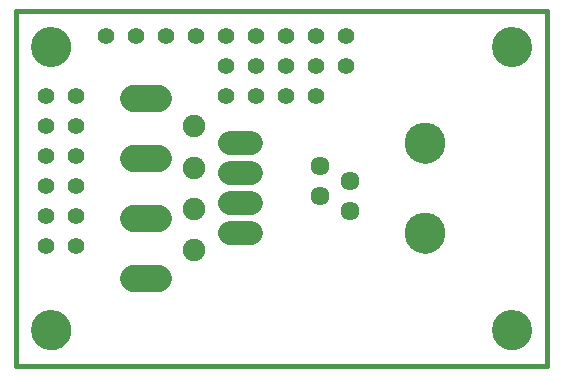
<source format=gts>
G75*
%MOIN*%
%OFA0B0*%
%FSLAX25Y25*%
%IPPOS*%
%LPD*%
%AMOC8*
5,1,8,0,0,1.08239X$1,22.5*
%
%ADD10C,0.00000*%
%ADD11C,0.13398*%
%ADD12C,0.01600*%
%ADD13C,0.06343*%
%ADD14C,0.13595*%
%ADD15C,0.09050*%
%ADD16C,0.07887*%
%ADD17C,0.07493*%
%ADD18C,0.05550*%
D10*
X0065351Y0067988D02*
X0065353Y0068146D01*
X0065359Y0068304D01*
X0065369Y0068462D01*
X0065383Y0068620D01*
X0065401Y0068777D01*
X0065422Y0068934D01*
X0065448Y0069090D01*
X0065478Y0069246D01*
X0065511Y0069401D01*
X0065549Y0069554D01*
X0065590Y0069707D01*
X0065635Y0069859D01*
X0065684Y0070010D01*
X0065737Y0070159D01*
X0065793Y0070307D01*
X0065853Y0070453D01*
X0065917Y0070598D01*
X0065985Y0070741D01*
X0066056Y0070883D01*
X0066130Y0071023D01*
X0066208Y0071160D01*
X0066290Y0071296D01*
X0066374Y0071430D01*
X0066463Y0071561D01*
X0066554Y0071690D01*
X0066649Y0071817D01*
X0066746Y0071942D01*
X0066847Y0072064D01*
X0066951Y0072183D01*
X0067058Y0072300D01*
X0067168Y0072414D01*
X0067281Y0072525D01*
X0067396Y0072634D01*
X0067514Y0072739D01*
X0067635Y0072841D01*
X0067758Y0072941D01*
X0067884Y0073037D01*
X0068012Y0073130D01*
X0068142Y0073220D01*
X0068275Y0073306D01*
X0068410Y0073390D01*
X0068546Y0073469D01*
X0068685Y0073546D01*
X0068826Y0073618D01*
X0068968Y0073688D01*
X0069112Y0073753D01*
X0069258Y0073815D01*
X0069405Y0073873D01*
X0069554Y0073928D01*
X0069704Y0073979D01*
X0069855Y0074026D01*
X0070007Y0074069D01*
X0070160Y0074108D01*
X0070315Y0074144D01*
X0070470Y0074175D01*
X0070626Y0074203D01*
X0070782Y0074227D01*
X0070939Y0074247D01*
X0071097Y0074263D01*
X0071254Y0074275D01*
X0071413Y0074283D01*
X0071571Y0074287D01*
X0071729Y0074287D01*
X0071887Y0074283D01*
X0072046Y0074275D01*
X0072203Y0074263D01*
X0072361Y0074247D01*
X0072518Y0074227D01*
X0072674Y0074203D01*
X0072830Y0074175D01*
X0072985Y0074144D01*
X0073140Y0074108D01*
X0073293Y0074069D01*
X0073445Y0074026D01*
X0073596Y0073979D01*
X0073746Y0073928D01*
X0073895Y0073873D01*
X0074042Y0073815D01*
X0074188Y0073753D01*
X0074332Y0073688D01*
X0074474Y0073618D01*
X0074615Y0073546D01*
X0074754Y0073469D01*
X0074890Y0073390D01*
X0075025Y0073306D01*
X0075158Y0073220D01*
X0075288Y0073130D01*
X0075416Y0073037D01*
X0075542Y0072941D01*
X0075665Y0072841D01*
X0075786Y0072739D01*
X0075904Y0072634D01*
X0076019Y0072525D01*
X0076132Y0072414D01*
X0076242Y0072300D01*
X0076349Y0072183D01*
X0076453Y0072064D01*
X0076554Y0071942D01*
X0076651Y0071817D01*
X0076746Y0071690D01*
X0076837Y0071561D01*
X0076926Y0071430D01*
X0077010Y0071296D01*
X0077092Y0071160D01*
X0077170Y0071023D01*
X0077244Y0070883D01*
X0077315Y0070741D01*
X0077383Y0070598D01*
X0077447Y0070453D01*
X0077507Y0070307D01*
X0077563Y0070159D01*
X0077616Y0070010D01*
X0077665Y0069859D01*
X0077710Y0069707D01*
X0077751Y0069554D01*
X0077789Y0069401D01*
X0077822Y0069246D01*
X0077852Y0069090D01*
X0077878Y0068934D01*
X0077899Y0068777D01*
X0077917Y0068620D01*
X0077931Y0068462D01*
X0077941Y0068304D01*
X0077947Y0068146D01*
X0077949Y0067988D01*
X0077947Y0067830D01*
X0077941Y0067672D01*
X0077931Y0067514D01*
X0077917Y0067356D01*
X0077899Y0067199D01*
X0077878Y0067042D01*
X0077852Y0066886D01*
X0077822Y0066730D01*
X0077789Y0066575D01*
X0077751Y0066422D01*
X0077710Y0066269D01*
X0077665Y0066117D01*
X0077616Y0065966D01*
X0077563Y0065817D01*
X0077507Y0065669D01*
X0077447Y0065523D01*
X0077383Y0065378D01*
X0077315Y0065235D01*
X0077244Y0065093D01*
X0077170Y0064953D01*
X0077092Y0064816D01*
X0077010Y0064680D01*
X0076926Y0064546D01*
X0076837Y0064415D01*
X0076746Y0064286D01*
X0076651Y0064159D01*
X0076554Y0064034D01*
X0076453Y0063912D01*
X0076349Y0063793D01*
X0076242Y0063676D01*
X0076132Y0063562D01*
X0076019Y0063451D01*
X0075904Y0063342D01*
X0075786Y0063237D01*
X0075665Y0063135D01*
X0075542Y0063035D01*
X0075416Y0062939D01*
X0075288Y0062846D01*
X0075158Y0062756D01*
X0075025Y0062670D01*
X0074890Y0062586D01*
X0074754Y0062507D01*
X0074615Y0062430D01*
X0074474Y0062358D01*
X0074332Y0062288D01*
X0074188Y0062223D01*
X0074042Y0062161D01*
X0073895Y0062103D01*
X0073746Y0062048D01*
X0073596Y0061997D01*
X0073445Y0061950D01*
X0073293Y0061907D01*
X0073140Y0061868D01*
X0072985Y0061832D01*
X0072830Y0061801D01*
X0072674Y0061773D01*
X0072518Y0061749D01*
X0072361Y0061729D01*
X0072203Y0061713D01*
X0072046Y0061701D01*
X0071887Y0061693D01*
X0071729Y0061689D01*
X0071571Y0061689D01*
X0071413Y0061693D01*
X0071254Y0061701D01*
X0071097Y0061713D01*
X0070939Y0061729D01*
X0070782Y0061749D01*
X0070626Y0061773D01*
X0070470Y0061801D01*
X0070315Y0061832D01*
X0070160Y0061868D01*
X0070007Y0061907D01*
X0069855Y0061950D01*
X0069704Y0061997D01*
X0069554Y0062048D01*
X0069405Y0062103D01*
X0069258Y0062161D01*
X0069112Y0062223D01*
X0068968Y0062288D01*
X0068826Y0062358D01*
X0068685Y0062430D01*
X0068546Y0062507D01*
X0068410Y0062586D01*
X0068275Y0062670D01*
X0068142Y0062756D01*
X0068012Y0062846D01*
X0067884Y0062939D01*
X0067758Y0063035D01*
X0067635Y0063135D01*
X0067514Y0063237D01*
X0067396Y0063342D01*
X0067281Y0063451D01*
X0067168Y0063562D01*
X0067058Y0063676D01*
X0066951Y0063793D01*
X0066847Y0063912D01*
X0066746Y0064034D01*
X0066649Y0064159D01*
X0066554Y0064286D01*
X0066463Y0064415D01*
X0066374Y0064546D01*
X0066290Y0064680D01*
X0066208Y0064816D01*
X0066130Y0064953D01*
X0066056Y0065093D01*
X0065985Y0065235D01*
X0065917Y0065378D01*
X0065853Y0065523D01*
X0065793Y0065669D01*
X0065737Y0065817D01*
X0065684Y0065966D01*
X0065635Y0066117D01*
X0065590Y0066269D01*
X0065549Y0066422D01*
X0065511Y0066575D01*
X0065478Y0066730D01*
X0065448Y0066886D01*
X0065422Y0067042D01*
X0065401Y0067199D01*
X0065383Y0067356D01*
X0065369Y0067514D01*
X0065359Y0067672D01*
X0065353Y0067830D01*
X0065351Y0067988D01*
X0065351Y0162476D02*
X0065353Y0162634D01*
X0065359Y0162792D01*
X0065369Y0162950D01*
X0065383Y0163108D01*
X0065401Y0163265D01*
X0065422Y0163422D01*
X0065448Y0163578D01*
X0065478Y0163734D01*
X0065511Y0163889D01*
X0065549Y0164042D01*
X0065590Y0164195D01*
X0065635Y0164347D01*
X0065684Y0164498D01*
X0065737Y0164647D01*
X0065793Y0164795D01*
X0065853Y0164941D01*
X0065917Y0165086D01*
X0065985Y0165229D01*
X0066056Y0165371D01*
X0066130Y0165511D01*
X0066208Y0165648D01*
X0066290Y0165784D01*
X0066374Y0165918D01*
X0066463Y0166049D01*
X0066554Y0166178D01*
X0066649Y0166305D01*
X0066746Y0166430D01*
X0066847Y0166552D01*
X0066951Y0166671D01*
X0067058Y0166788D01*
X0067168Y0166902D01*
X0067281Y0167013D01*
X0067396Y0167122D01*
X0067514Y0167227D01*
X0067635Y0167329D01*
X0067758Y0167429D01*
X0067884Y0167525D01*
X0068012Y0167618D01*
X0068142Y0167708D01*
X0068275Y0167794D01*
X0068410Y0167878D01*
X0068546Y0167957D01*
X0068685Y0168034D01*
X0068826Y0168106D01*
X0068968Y0168176D01*
X0069112Y0168241D01*
X0069258Y0168303D01*
X0069405Y0168361D01*
X0069554Y0168416D01*
X0069704Y0168467D01*
X0069855Y0168514D01*
X0070007Y0168557D01*
X0070160Y0168596D01*
X0070315Y0168632D01*
X0070470Y0168663D01*
X0070626Y0168691D01*
X0070782Y0168715D01*
X0070939Y0168735D01*
X0071097Y0168751D01*
X0071254Y0168763D01*
X0071413Y0168771D01*
X0071571Y0168775D01*
X0071729Y0168775D01*
X0071887Y0168771D01*
X0072046Y0168763D01*
X0072203Y0168751D01*
X0072361Y0168735D01*
X0072518Y0168715D01*
X0072674Y0168691D01*
X0072830Y0168663D01*
X0072985Y0168632D01*
X0073140Y0168596D01*
X0073293Y0168557D01*
X0073445Y0168514D01*
X0073596Y0168467D01*
X0073746Y0168416D01*
X0073895Y0168361D01*
X0074042Y0168303D01*
X0074188Y0168241D01*
X0074332Y0168176D01*
X0074474Y0168106D01*
X0074615Y0168034D01*
X0074754Y0167957D01*
X0074890Y0167878D01*
X0075025Y0167794D01*
X0075158Y0167708D01*
X0075288Y0167618D01*
X0075416Y0167525D01*
X0075542Y0167429D01*
X0075665Y0167329D01*
X0075786Y0167227D01*
X0075904Y0167122D01*
X0076019Y0167013D01*
X0076132Y0166902D01*
X0076242Y0166788D01*
X0076349Y0166671D01*
X0076453Y0166552D01*
X0076554Y0166430D01*
X0076651Y0166305D01*
X0076746Y0166178D01*
X0076837Y0166049D01*
X0076926Y0165918D01*
X0077010Y0165784D01*
X0077092Y0165648D01*
X0077170Y0165511D01*
X0077244Y0165371D01*
X0077315Y0165229D01*
X0077383Y0165086D01*
X0077447Y0164941D01*
X0077507Y0164795D01*
X0077563Y0164647D01*
X0077616Y0164498D01*
X0077665Y0164347D01*
X0077710Y0164195D01*
X0077751Y0164042D01*
X0077789Y0163889D01*
X0077822Y0163734D01*
X0077852Y0163578D01*
X0077878Y0163422D01*
X0077899Y0163265D01*
X0077917Y0163108D01*
X0077931Y0162950D01*
X0077941Y0162792D01*
X0077947Y0162634D01*
X0077949Y0162476D01*
X0077947Y0162318D01*
X0077941Y0162160D01*
X0077931Y0162002D01*
X0077917Y0161844D01*
X0077899Y0161687D01*
X0077878Y0161530D01*
X0077852Y0161374D01*
X0077822Y0161218D01*
X0077789Y0161063D01*
X0077751Y0160910D01*
X0077710Y0160757D01*
X0077665Y0160605D01*
X0077616Y0160454D01*
X0077563Y0160305D01*
X0077507Y0160157D01*
X0077447Y0160011D01*
X0077383Y0159866D01*
X0077315Y0159723D01*
X0077244Y0159581D01*
X0077170Y0159441D01*
X0077092Y0159304D01*
X0077010Y0159168D01*
X0076926Y0159034D01*
X0076837Y0158903D01*
X0076746Y0158774D01*
X0076651Y0158647D01*
X0076554Y0158522D01*
X0076453Y0158400D01*
X0076349Y0158281D01*
X0076242Y0158164D01*
X0076132Y0158050D01*
X0076019Y0157939D01*
X0075904Y0157830D01*
X0075786Y0157725D01*
X0075665Y0157623D01*
X0075542Y0157523D01*
X0075416Y0157427D01*
X0075288Y0157334D01*
X0075158Y0157244D01*
X0075025Y0157158D01*
X0074890Y0157074D01*
X0074754Y0156995D01*
X0074615Y0156918D01*
X0074474Y0156846D01*
X0074332Y0156776D01*
X0074188Y0156711D01*
X0074042Y0156649D01*
X0073895Y0156591D01*
X0073746Y0156536D01*
X0073596Y0156485D01*
X0073445Y0156438D01*
X0073293Y0156395D01*
X0073140Y0156356D01*
X0072985Y0156320D01*
X0072830Y0156289D01*
X0072674Y0156261D01*
X0072518Y0156237D01*
X0072361Y0156217D01*
X0072203Y0156201D01*
X0072046Y0156189D01*
X0071887Y0156181D01*
X0071729Y0156177D01*
X0071571Y0156177D01*
X0071413Y0156181D01*
X0071254Y0156189D01*
X0071097Y0156201D01*
X0070939Y0156217D01*
X0070782Y0156237D01*
X0070626Y0156261D01*
X0070470Y0156289D01*
X0070315Y0156320D01*
X0070160Y0156356D01*
X0070007Y0156395D01*
X0069855Y0156438D01*
X0069704Y0156485D01*
X0069554Y0156536D01*
X0069405Y0156591D01*
X0069258Y0156649D01*
X0069112Y0156711D01*
X0068968Y0156776D01*
X0068826Y0156846D01*
X0068685Y0156918D01*
X0068546Y0156995D01*
X0068410Y0157074D01*
X0068275Y0157158D01*
X0068142Y0157244D01*
X0068012Y0157334D01*
X0067884Y0157427D01*
X0067758Y0157523D01*
X0067635Y0157623D01*
X0067514Y0157725D01*
X0067396Y0157830D01*
X0067281Y0157939D01*
X0067168Y0158050D01*
X0067058Y0158164D01*
X0066951Y0158281D01*
X0066847Y0158400D01*
X0066746Y0158522D01*
X0066649Y0158647D01*
X0066554Y0158774D01*
X0066463Y0158903D01*
X0066374Y0159034D01*
X0066290Y0159168D01*
X0066208Y0159304D01*
X0066130Y0159441D01*
X0066056Y0159581D01*
X0065985Y0159723D01*
X0065917Y0159866D01*
X0065853Y0160011D01*
X0065793Y0160157D01*
X0065737Y0160305D01*
X0065684Y0160454D01*
X0065635Y0160605D01*
X0065590Y0160757D01*
X0065549Y0160910D01*
X0065511Y0161063D01*
X0065478Y0161218D01*
X0065448Y0161374D01*
X0065422Y0161530D01*
X0065401Y0161687D01*
X0065383Y0161844D01*
X0065369Y0162002D01*
X0065359Y0162160D01*
X0065353Y0162318D01*
X0065351Y0162476D01*
X0189740Y0130232D02*
X0189742Y0130392D01*
X0189748Y0130551D01*
X0189758Y0130710D01*
X0189772Y0130869D01*
X0189790Y0131028D01*
X0189811Y0131186D01*
X0189837Y0131343D01*
X0189867Y0131500D01*
X0189900Y0131656D01*
X0189938Y0131811D01*
X0189979Y0131965D01*
X0190024Y0132118D01*
X0190073Y0132270D01*
X0190126Y0132420D01*
X0190182Y0132569D01*
X0190242Y0132717D01*
X0190306Y0132863D01*
X0190374Y0133008D01*
X0190445Y0133151D01*
X0190519Y0133292D01*
X0190597Y0133431D01*
X0190679Y0133568D01*
X0190764Y0133703D01*
X0190852Y0133836D01*
X0190943Y0133967D01*
X0191038Y0134095D01*
X0191136Y0134221D01*
X0191237Y0134345D01*
X0191341Y0134465D01*
X0191448Y0134584D01*
X0191558Y0134699D01*
X0191671Y0134812D01*
X0191786Y0134922D01*
X0191905Y0135029D01*
X0192025Y0135133D01*
X0192149Y0135234D01*
X0192275Y0135332D01*
X0192403Y0135427D01*
X0192534Y0135518D01*
X0192667Y0135606D01*
X0192802Y0135691D01*
X0192939Y0135773D01*
X0193078Y0135851D01*
X0193219Y0135925D01*
X0193362Y0135996D01*
X0193507Y0136064D01*
X0193653Y0136128D01*
X0193801Y0136188D01*
X0193950Y0136244D01*
X0194100Y0136297D01*
X0194252Y0136346D01*
X0194405Y0136391D01*
X0194559Y0136432D01*
X0194714Y0136470D01*
X0194870Y0136503D01*
X0195027Y0136533D01*
X0195184Y0136559D01*
X0195342Y0136580D01*
X0195501Y0136598D01*
X0195660Y0136612D01*
X0195819Y0136622D01*
X0195978Y0136628D01*
X0196138Y0136630D01*
X0196298Y0136628D01*
X0196457Y0136622D01*
X0196616Y0136612D01*
X0196775Y0136598D01*
X0196934Y0136580D01*
X0197092Y0136559D01*
X0197249Y0136533D01*
X0197406Y0136503D01*
X0197562Y0136470D01*
X0197717Y0136432D01*
X0197871Y0136391D01*
X0198024Y0136346D01*
X0198176Y0136297D01*
X0198326Y0136244D01*
X0198475Y0136188D01*
X0198623Y0136128D01*
X0198769Y0136064D01*
X0198914Y0135996D01*
X0199057Y0135925D01*
X0199198Y0135851D01*
X0199337Y0135773D01*
X0199474Y0135691D01*
X0199609Y0135606D01*
X0199742Y0135518D01*
X0199873Y0135427D01*
X0200001Y0135332D01*
X0200127Y0135234D01*
X0200251Y0135133D01*
X0200371Y0135029D01*
X0200490Y0134922D01*
X0200605Y0134812D01*
X0200718Y0134699D01*
X0200828Y0134584D01*
X0200935Y0134465D01*
X0201039Y0134345D01*
X0201140Y0134221D01*
X0201238Y0134095D01*
X0201333Y0133967D01*
X0201424Y0133836D01*
X0201512Y0133703D01*
X0201597Y0133568D01*
X0201679Y0133431D01*
X0201757Y0133292D01*
X0201831Y0133151D01*
X0201902Y0133008D01*
X0201970Y0132863D01*
X0202034Y0132717D01*
X0202094Y0132569D01*
X0202150Y0132420D01*
X0202203Y0132270D01*
X0202252Y0132118D01*
X0202297Y0131965D01*
X0202338Y0131811D01*
X0202376Y0131656D01*
X0202409Y0131500D01*
X0202439Y0131343D01*
X0202465Y0131186D01*
X0202486Y0131028D01*
X0202504Y0130869D01*
X0202518Y0130710D01*
X0202528Y0130551D01*
X0202534Y0130392D01*
X0202536Y0130232D01*
X0202534Y0130072D01*
X0202528Y0129913D01*
X0202518Y0129754D01*
X0202504Y0129595D01*
X0202486Y0129436D01*
X0202465Y0129278D01*
X0202439Y0129121D01*
X0202409Y0128964D01*
X0202376Y0128808D01*
X0202338Y0128653D01*
X0202297Y0128499D01*
X0202252Y0128346D01*
X0202203Y0128194D01*
X0202150Y0128044D01*
X0202094Y0127895D01*
X0202034Y0127747D01*
X0201970Y0127601D01*
X0201902Y0127456D01*
X0201831Y0127313D01*
X0201757Y0127172D01*
X0201679Y0127033D01*
X0201597Y0126896D01*
X0201512Y0126761D01*
X0201424Y0126628D01*
X0201333Y0126497D01*
X0201238Y0126369D01*
X0201140Y0126243D01*
X0201039Y0126119D01*
X0200935Y0125999D01*
X0200828Y0125880D01*
X0200718Y0125765D01*
X0200605Y0125652D01*
X0200490Y0125542D01*
X0200371Y0125435D01*
X0200251Y0125331D01*
X0200127Y0125230D01*
X0200001Y0125132D01*
X0199873Y0125037D01*
X0199742Y0124946D01*
X0199609Y0124858D01*
X0199474Y0124773D01*
X0199337Y0124691D01*
X0199198Y0124613D01*
X0199057Y0124539D01*
X0198914Y0124468D01*
X0198769Y0124400D01*
X0198623Y0124336D01*
X0198475Y0124276D01*
X0198326Y0124220D01*
X0198176Y0124167D01*
X0198024Y0124118D01*
X0197871Y0124073D01*
X0197717Y0124032D01*
X0197562Y0123994D01*
X0197406Y0123961D01*
X0197249Y0123931D01*
X0197092Y0123905D01*
X0196934Y0123884D01*
X0196775Y0123866D01*
X0196616Y0123852D01*
X0196457Y0123842D01*
X0196298Y0123836D01*
X0196138Y0123834D01*
X0195978Y0123836D01*
X0195819Y0123842D01*
X0195660Y0123852D01*
X0195501Y0123866D01*
X0195342Y0123884D01*
X0195184Y0123905D01*
X0195027Y0123931D01*
X0194870Y0123961D01*
X0194714Y0123994D01*
X0194559Y0124032D01*
X0194405Y0124073D01*
X0194252Y0124118D01*
X0194100Y0124167D01*
X0193950Y0124220D01*
X0193801Y0124276D01*
X0193653Y0124336D01*
X0193507Y0124400D01*
X0193362Y0124468D01*
X0193219Y0124539D01*
X0193078Y0124613D01*
X0192939Y0124691D01*
X0192802Y0124773D01*
X0192667Y0124858D01*
X0192534Y0124946D01*
X0192403Y0125037D01*
X0192275Y0125132D01*
X0192149Y0125230D01*
X0192025Y0125331D01*
X0191905Y0125435D01*
X0191786Y0125542D01*
X0191671Y0125652D01*
X0191558Y0125765D01*
X0191448Y0125880D01*
X0191341Y0125999D01*
X0191237Y0126119D01*
X0191136Y0126243D01*
X0191038Y0126369D01*
X0190943Y0126497D01*
X0190852Y0126628D01*
X0190764Y0126761D01*
X0190679Y0126896D01*
X0190597Y0127033D01*
X0190519Y0127172D01*
X0190445Y0127313D01*
X0190374Y0127456D01*
X0190306Y0127601D01*
X0190242Y0127747D01*
X0190182Y0127895D01*
X0190126Y0128044D01*
X0190073Y0128194D01*
X0190024Y0128346D01*
X0189979Y0128499D01*
X0189938Y0128653D01*
X0189900Y0128808D01*
X0189867Y0128964D01*
X0189837Y0129121D01*
X0189811Y0129278D01*
X0189790Y0129436D01*
X0189772Y0129595D01*
X0189758Y0129754D01*
X0189748Y0129913D01*
X0189742Y0130072D01*
X0189740Y0130232D01*
X0189740Y0100232D02*
X0189742Y0100392D01*
X0189748Y0100551D01*
X0189758Y0100710D01*
X0189772Y0100869D01*
X0189790Y0101028D01*
X0189811Y0101186D01*
X0189837Y0101343D01*
X0189867Y0101500D01*
X0189900Y0101656D01*
X0189938Y0101811D01*
X0189979Y0101965D01*
X0190024Y0102118D01*
X0190073Y0102270D01*
X0190126Y0102420D01*
X0190182Y0102569D01*
X0190242Y0102717D01*
X0190306Y0102863D01*
X0190374Y0103008D01*
X0190445Y0103151D01*
X0190519Y0103292D01*
X0190597Y0103431D01*
X0190679Y0103568D01*
X0190764Y0103703D01*
X0190852Y0103836D01*
X0190943Y0103967D01*
X0191038Y0104095D01*
X0191136Y0104221D01*
X0191237Y0104345D01*
X0191341Y0104465D01*
X0191448Y0104584D01*
X0191558Y0104699D01*
X0191671Y0104812D01*
X0191786Y0104922D01*
X0191905Y0105029D01*
X0192025Y0105133D01*
X0192149Y0105234D01*
X0192275Y0105332D01*
X0192403Y0105427D01*
X0192534Y0105518D01*
X0192667Y0105606D01*
X0192802Y0105691D01*
X0192939Y0105773D01*
X0193078Y0105851D01*
X0193219Y0105925D01*
X0193362Y0105996D01*
X0193507Y0106064D01*
X0193653Y0106128D01*
X0193801Y0106188D01*
X0193950Y0106244D01*
X0194100Y0106297D01*
X0194252Y0106346D01*
X0194405Y0106391D01*
X0194559Y0106432D01*
X0194714Y0106470D01*
X0194870Y0106503D01*
X0195027Y0106533D01*
X0195184Y0106559D01*
X0195342Y0106580D01*
X0195501Y0106598D01*
X0195660Y0106612D01*
X0195819Y0106622D01*
X0195978Y0106628D01*
X0196138Y0106630D01*
X0196298Y0106628D01*
X0196457Y0106622D01*
X0196616Y0106612D01*
X0196775Y0106598D01*
X0196934Y0106580D01*
X0197092Y0106559D01*
X0197249Y0106533D01*
X0197406Y0106503D01*
X0197562Y0106470D01*
X0197717Y0106432D01*
X0197871Y0106391D01*
X0198024Y0106346D01*
X0198176Y0106297D01*
X0198326Y0106244D01*
X0198475Y0106188D01*
X0198623Y0106128D01*
X0198769Y0106064D01*
X0198914Y0105996D01*
X0199057Y0105925D01*
X0199198Y0105851D01*
X0199337Y0105773D01*
X0199474Y0105691D01*
X0199609Y0105606D01*
X0199742Y0105518D01*
X0199873Y0105427D01*
X0200001Y0105332D01*
X0200127Y0105234D01*
X0200251Y0105133D01*
X0200371Y0105029D01*
X0200490Y0104922D01*
X0200605Y0104812D01*
X0200718Y0104699D01*
X0200828Y0104584D01*
X0200935Y0104465D01*
X0201039Y0104345D01*
X0201140Y0104221D01*
X0201238Y0104095D01*
X0201333Y0103967D01*
X0201424Y0103836D01*
X0201512Y0103703D01*
X0201597Y0103568D01*
X0201679Y0103431D01*
X0201757Y0103292D01*
X0201831Y0103151D01*
X0201902Y0103008D01*
X0201970Y0102863D01*
X0202034Y0102717D01*
X0202094Y0102569D01*
X0202150Y0102420D01*
X0202203Y0102270D01*
X0202252Y0102118D01*
X0202297Y0101965D01*
X0202338Y0101811D01*
X0202376Y0101656D01*
X0202409Y0101500D01*
X0202439Y0101343D01*
X0202465Y0101186D01*
X0202486Y0101028D01*
X0202504Y0100869D01*
X0202518Y0100710D01*
X0202528Y0100551D01*
X0202534Y0100392D01*
X0202536Y0100232D01*
X0202534Y0100072D01*
X0202528Y0099913D01*
X0202518Y0099754D01*
X0202504Y0099595D01*
X0202486Y0099436D01*
X0202465Y0099278D01*
X0202439Y0099121D01*
X0202409Y0098964D01*
X0202376Y0098808D01*
X0202338Y0098653D01*
X0202297Y0098499D01*
X0202252Y0098346D01*
X0202203Y0098194D01*
X0202150Y0098044D01*
X0202094Y0097895D01*
X0202034Y0097747D01*
X0201970Y0097601D01*
X0201902Y0097456D01*
X0201831Y0097313D01*
X0201757Y0097172D01*
X0201679Y0097033D01*
X0201597Y0096896D01*
X0201512Y0096761D01*
X0201424Y0096628D01*
X0201333Y0096497D01*
X0201238Y0096369D01*
X0201140Y0096243D01*
X0201039Y0096119D01*
X0200935Y0095999D01*
X0200828Y0095880D01*
X0200718Y0095765D01*
X0200605Y0095652D01*
X0200490Y0095542D01*
X0200371Y0095435D01*
X0200251Y0095331D01*
X0200127Y0095230D01*
X0200001Y0095132D01*
X0199873Y0095037D01*
X0199742Y0094946D01*
X0199609Y0094858D01*
X0199474Y0094773D01*
X0199337Y0094691D01*
X0199198Y0094613D01*
X0199057Y0094539D01*
X0198914Y0094468D01*
X0198769Y0094400D01*
X0198623Y0094336D01*
X0198475Y0094276D01*
X0198326Y0094220D01*
X0198176Y0094167D01*
X0198024Y0094118D01*
X0197871Y0094073D01*
X0197717Y0094032D01*
X0197562Y0093994D01*
X0197406Y0093961D01*
X0197249Y0093931D01*
X0197092Y0093905D01*
X0196934Y0093884D01*
X0196775Y0093866D01*
X0196616Y0093852D01*
X0196457Y0093842D01*
X0196298Y0093836D01*
X0196138Y0093834D01*
X0195978Y0093836D01*
X0195819Y0093842D01*
X0195660Y0093852D01*
X0195501Y0093866D01*
X0195342Y0093884D01*
X0195184Y0093905D01*
X0195027Y0093931D01*
X0194870Y0093961D01*
X0194714Y0093994D01*
X0194559Y0094032D01*
X0194405Y0094073D01*
X0194252Y0094118D01*
X0194100Y0094167D01*
X0193950Y0094220D01*
X0193801Y0094276D01*
X0193653Y0094336D01*
X0193507Y0094400D01*
X0193362Y0094468D01*
X0193219Y0094539D01*
X0193078Y0094613D01*
X0192939Y0094691D01*
X0192802Y0094773D01*
X0192667Y0094858D01*
X0192534Y0094946D01*
X0192403Y0095037D01*
X0192275Y0095132D01*
X0192149Y0095230D01*
X0192025Y0095331D01*
X0191905Y0095435D01*
X0191786Y0095542D01*
X0191671Y0095652D01*
X0191558Y0095765D01*
X0191448Y0095880D01*
X0191341Y0095999D01*
X0191237Y0096119D01*
X0191136Y0096243D01*
X0191038Y0096369D01*
X0190943Y0096497D01*
X0190852Y0096628D01*
X0190764Y0096761D01*
X0190679Y0096896D01*
X0190597Y0097033D01*
X0190519Y0097172D01*
X0190445Y0097313D01*
X0190374Y0097456D01*
X0190306Y0097601D01*
X0190242Y0097747D01*
X0190182Y0097895D01*
X0190126Y0098044D01*
X0190073Y0098194D01*
X0190024Y0098346D01*
X0189979Y0098499D01*
X0189938Y0098653D01*
X0189900Y0098808D01*
X0189867Y0098964D01*
X0189837Y0099121D01*
X0189811Y0099278D01*
X0189790Y0099436D01*
X0189772Y0099595D01*
X0189758Y0099754D01*
X0189748Y0099913D01*
X0189742Y0100072D01*
X0189740Y0100232D01*
X0218895Y0067988D02*
X0218897Y0068146D01*
X0218903Y0068304D01*
X0218913Y0068462D01*
X0218927Y0068620D01*
X0218945Y0068777D01*
X0218966Y0068934D01*
X0218992Y0069090D01*
X0219022Y0069246D01*
X0219055Y0069401D01*
X0219093Y0069554D01*
X0219134Y0069707D01*
X0219179Y0069859D01*
X0219228Y0070010D01*
X0219281Y0070159D01*
X0219337Y0070307D01*
X0219397Y0070453D01*
X0219461Y0070598D01*
X0219529Y0070741D01*
X0219600Y0070883D01*
X0219674Y0071023D01*
X0219752Y0071160D01*
X0219834Y0071296D01*
X0219918Y0071430D01*
X0220007Y0071561D01*
X0220098Y0071690D01*
X0220193Y0071817D01*
X0220290Y0071942D01*
X0220391Y0072064D01*
X0220495Y0072183D01*
X0220602Y0072300D01*
X0220712Y0072414D01*
X0220825Y0072525D01*
X0220940Y0072634D01*
X0221058Y0072739D01*
X0221179Y0072841D01*
X0221302Y0072941D01*
X0221428Y0073037D01*
X0221556Y0073130D01*
X0221686Y0073220D01*
X0221819Y0073306D01*
X0221954Y0073390D01*
X0222090Y0073469D01*
X0222229Y0073546D01*
X0222370Y0073618D01*
X0222512Y0073688D01*
X0222656Y0073753D01*
X0222802Y0073815D01*
X0222949Y0073873D01*
X0223098Y0073928D01*
X0223248Y0073979D01*
X0223399Y0074026D01*
X0223551Y0074069D01*
X0223704Y0074108D01*
X0223859Y0074144D01*
X0224014Y0074175D01*
X0224170Y0074203D01*
X0224326Y0074227D01*
X0224483Y0074247D01*
X0224641Y0074263D01*
X0224798Y0074275D01*
X0224957Y0074283D01*
X0225115Y0074287D01*
X0225273Y0074287D01*
X0225431Y0074283D01*
X0225590Y0074275D01*
X0225747Y0074263D01*
X0225905Y0074247D01*
X0226062Y0074227D01*
X0226218Y0074203D01*
X0226374Y0074175D01*
X0226529Y0074144D01*
X0226684Y0074108D01*
X0226837Y0074069D01*
X0226989Y0074026D01*
X0227140Y0073979D01*
X0227290Y0073928D01*
X0227439Y0073873D01*
X0227586Y0073815D01*
X0227732Y0073753D01*
X0227876Y0073688D01*
X0228018Y0073618D01*
X0228159Y0073546D01*
X0228298Y0073469D01*
X0228434Y0073390D01*
X0228569Y0073306D01*
X0228702Y0073220D01*
X0228832Y0073130D01*
X0228960Y0073037D01*
X0229086Y0072941D01*
X0229209Y0072841D01*
X0229330Y0072739D01*
X0229448Y0072634D01*
X0229563Y0072525D01*
X0229676Y0072414D01*
X0229786Y0072300D01*
X0229893Y0072183D01*
X0229997Y0072064D01*
X0230098Y0071942D01*
X0230195Y0071817D01*
X0230290Y0071690D01*
X0230381Y0071561D01*
X0230470Y0071430D01*
X0230554Y0071296D01*
X0230636Y0071160D01*
X0230714Y0071023D01*
X0230788Y0070883D01*
X0230859Y0070741D01*
X0230927Y0070598D01*
X0230991Y0070453D01*
X0231051Y0070307D01*
X0231107Y0070159D01*
X0231160Y0070010D01*
X0231209Y0069859D01*
X0231254Y0069707D01*
X0231295Y0069554D01*
X0231333Y0069401D01*
X0231366Y0069246D01*
X0231396Y0069090D01*
X0231422Y0068934D01*
X0231443Y0068777D01*
X0231461Y0068620D01*
X0231475Y0068462D01*
X0231485Y0068304D01*
X0231491Y0068146D01*
X0231493Y0067988D01*
X0231491Y0067830D01*
X0231485Y0067672D01*
X0231475Y0067514D01*
X0231461Y0067356D01*
X0231443Y0067199D01*
X0231422Y0067042D01*
X0231396Y0066886D01*
X0231366Y0066730D01*
X0231333Y0066575D01*
X0231295Y0066422D01*
X0231254Y0066269D01*
X0231209Y0066117D01*
X0231160Y0065966D01*
X0231107Y0065817D01*
X0231051Y0065669D01*
X0230991Y0065523D01*
X0230927Y0065378D01*
X0230859Y0065235D01*
X0230788Y0065093D01*
X0230714Y0064953D01*
X0230636Y0064816D01*
X0230554Y0064680D01*
X0230470Y0064546D01*
X0230381Y0064415D01*
X0230290Y0064286D01*
X0230195Y0064159D01*
X0230098Y0064034D01*
X0229997Y0063912D01*
X0229893Y0063793D01*
X0229786Y0063676D01*
X0229676Y0063562D01*
X0229563Y0063451D01*
X0229448Y0063342D01*
X0229330Y0063237D01*
X0229209Y0063135D01*
X0229086Y0063035D01*
X0228960Y0062939D01*
X0228832Y0062846D01*
X0228702Y0062756D01*
X0228569Y0062670D01*
X0228434Y0062586D01*
X0228298Y0062507D01*
X0228159Y0062430D01*
X0228018Y0062358D01*
X0227876Y0062288D01*
X0227732Y0062223D01*
X0227586Y0062161D01*
X0227439Y0062103D01*
X0227290Y0062048D01*
X0227140Y0061997D01*
X0226989Y0061950D01*
X0226837Y0061907D01*
X0226684Y0061868D01*
X0226529Y0061832D01*
X0226374Y0061801D01*
X0226218Y0061773D01*
X0226062Y0061749D01*
X0225905Y0061729D01*
X0225747Y0061713D01*
X0225590Y0061701D01*
X0225431Y0061693D01*
X0225273Y0061689D01*
X0225115Y0061689D01*
X0224957Y0061693D01*
X0224798Y0061701D01*
X0224641Y0061713D01*
X0224483Y0061729D01*
X0224326Y0061749D01*
X0224170Y0061773D01*
X0224014Y0061801D01*
X0223859Y0061832D01*
X0223704Y0061868D01*
X0223551Y0061907D01*
X0223399Y0061950D01*
X0223248Y0061997D01*
X0223098Y0062048D01*
X0222949Y0062103D01*
X0222802Y0062161D01*
X0222656Y0062223D01*
X0222512Y0062288D01*
X0222370Y0062358D01*
X0222229Y0062430D01*
X0222090Y0062507D01*
X0221954Y0062586D01*
X0221819Y0062670D01*
X0221686Y0062756D01*
X0221556Y0062846D01*
X0221428Y0062939D01*
X0221302Y0063035D01*
X0221179Y0063135D01*
X0221058Y0063237D01*
X0220940Y0063342D01*
X0220825Y0063451D01*
X0220712Y0063562D01*
X0220602Y0063676D01*
X0220495Y0063793D01*
X0220391Y0063912D01*
X0220290Y0064034D01*
X0220193Y0064159D01*
X0220098Y0064286D01*
X0220007Y0064415D01*
X0219918Y0064546D01*
X0219834Y0064680D01*
X0219752Y0064816D01*
X0219674Y0064953D01*
X0219600Y0065093D01*
X0219529Y0065235D01*
X0219461Y0065378D01*
X0219397Y0065523D01*
X0219337Y0065669D01*
X0219281Y0065817D01*
X0219228Y0065966D01*
X0219179Y0066117D01*
X0219134Y0066269D01*
X0219093Y0066422D01*
X0219055Y0066575D01*
X0219022Y0066730D01*
X0218992Y0066886D01*
X0218966Y0067042D01*
X0218945Y0067199D01*
X0218927Y0067356D01*
X0218913Y0067514D01*
X0218903Y0067672D01*
X0218897Y0067830D01*
X0218895Y0067988D01*
X0218895Y0162476D02*
X0218897Y0162634D01*
X0218903Y0162792D01*
X0218913Y0162950D01*
X0218927Y0163108D01*
X0218945Y0163265D01*
X0218966Y0163422D01*
X0218992Y0163578D01*
X0219022Y0163734D01*
X0219055Y0163889D01*
X0219093Y0164042D01*
X0219134Y0164195D01*
X0219179Y0164347D01*
X0219228Y0164498D01*
X0219281Y0164647D01*
X0219337Y0164795D01*
X0219397Y0164941D01*
X0219461Y0165086D01*
X0219529Y0165229D01*
X0219600Y0165371D01*
X0219674Y0165511D01*
X0219752Y0165648D01*
X0219834Y0165784D01*
X0219918Y0165918D01*
X0220007Y0166049D01*
X0220098Y0166178D01*
X0220193Y0166305D01*
X0220290Y0166430D01*
X0220391Y0166552D01*
X0220495Y0166671D01*
X0220602Y0166788D01*
X0220712Y0166902D01*
X0220825Y0167013D01*
X0220940Y0167122D01*
X0221058Y0167227D01*
X0221179Y0167329D01*
X0221302Y0167429D01*
X0221428Y0167525D01*
X0221556Y0167618D01*
X0221686Y0167708D01*
X0221819Y0167794D01*
X0221954Y0167878D01*
X0222090Y0167957D01*
X0222229Y0168034D01*
X0222370Y0168106D01*
X0222512Y0168176D01*
X0222656Y0168241D01*
X0222802Y0168303D01*
X0222949Y0168361D01*
X0223098Y0168416D01*
X0223248Y0168467D01*
X0223399Y0168514D01*
X0223551Y0168557D01*
X0223704Y0168596D01*
X0223859Y0168632D01*
X0224014Y0168663D01*
X0224170Y0168691D01*
X0224326Y0168715D01*
X0224483Y0168735D01*
X0224641Y0168751D01*
X0224798Y0168763D01*
X0224957Y0168771D01*
X0225115Y0168775D01*
X0225273Y0168775D01*
X0225431Y0168771D01*
X0225590Y0168763D01*
X0225747Y0168751D01*
X0225905Y0168735D01*
X0226062Y0168715D01*
X0226218Y0168691D01*
X0226374Y0168663D01*
X0226529Y0168632D01*
X0226684Y0168596D01*
X0226837Y0168557D01*
X0226989Y0168514D01*
X0227140Y0168467D01*
X0227290Y0168416D01*
X0227439Y0168361D01*
X0227586Y0168303D01*
X0227732Y0168241D01*
X0227876Y0168176D01*
X0228018Y0168106D01*
X0228159Y0168034D01*
X0228298Y0167957D01*
X0228434Y0167878D01*
X0228569Y0167794D01*
X0228702Y0167708D01*
X0228832Y0167618D01*
X0228960Y0167525D01*
X0229086Y0167429D01*
X0229209Y0167329D01*
X0229330Y0167227D01*
X0229448Y0167122D01*
X0229563Y0167013D01*
X0229676Y0166902D01*
X0229786Y0166788D01*
X0229893Y0166671D01*
X0229997Y0166552D01*
X0230098Y0166430D01*
X0230195Y0166305D01*
X0230290Y0166178D01*
X0230381Y0166049D01*
X0230470Y0165918D01*
X0230554Y0165784D01*
X0230636Y0165648D01*
X0230714Y0165511D01*
X0230788Y0165371D01*
X0230859Y0165229D01*
X0230927Y0165086D01*
X0230991Y0164941D01*
X0231051Y0164795D01*
X0231107Y0164647D01*
X0231160Y0164498D01*
X0231209Y0164347D01*
X0231254Y0164195D01*
X0231295Y0164042D01*
X0231333Y0163889D01*
X0231366Y0163734D01*
X0231396Y0163578D01*
X0231422Y0163422D01*
X0231443Y0163265D01*
X0231461Y0163108D01*
X0231475Y0162950D01*
X0231485Y0162792D01*
X0231491Y0162634D01*
X0231493Y0162476D01*
X0231491Y0162318D01*
X0231485Y0162160D01*
X0231475Y0162002D01*
X0231461Y0161844D01*
X0231443Y0161687D01*
X0231422Y0161530D01*
X0231396Y0161374D01*
X0231366Y0161218D01*
X0231333Y0161063D01*
X0231295Y0160910D01*
X0231254Y0160757D01*
X0231209Y0160605D01*
X0231160Y0160454D01*
X0231107Y0160305D01*
X0231051Y0160157D01*
X0230991Y0160011D01*
X0230927Y0159866D01*
X0230859Y0159723D01*
X0230788Y0159581D01*
X0230714Y0159441D01*
X0230636Y0159304D01*
X0230554Y0159168D01*
X0230470Y0159034D01*
X0230381Y0158903D01*
X0230290Y0158774D01*
X0230195Y0158647D01*
X0230098Y0158522D01*
X0229997Y0158400D01*
X0229893Y0158281D01*
X0229786Y0158164D01*
X0229676Y0158050D01*
X0229563Y0157939D01*
X0229448Y0157830D01*
X0229330Y0157725D01*
X0229209Y0157623D01*
X0229086Y0157523D01*
X0228960Y0157427D01*
X0228832Y0157334D01*
X0228702Y0157244D01*
X0228569Y0157158D01*
X0228434Y0157074D01*
X0228298Y0156995D01*
X0228159Y0156918D01*
X0228018Y0156846D01*
X0227876Y0156776D01*
X0227732Y0156711D01*
X0227586Y0156649D01*
X0227439Y0156591D01*
X0227290Y0156536D01*
X0227140Y0156485D01*
X0226989Y0156438D01*
X0226837Y0156395D01*
X0226684Y0156356D01*
X0226529Y0156320D01*
X0226374Y0156289D01*
X0226218Y0156261D01*
X0226062Y0156237D01*
X0225905Y0156217D01*
X0225747Y0156201D01*
X0225590Y0156189D01*
X0225431Y0156181D01*
X0225273Y0156177D01*
X0225115Y0156177D01*
X0224957Y0156181D01*
X0224798Y0156189D01*
X0224641Y0156201D01*
X0224483Y0156217D01*
X0224326Y0156237D01*
X0224170Y0156261D01*
X0224014Y0156289D01*
X0223859Y0156320D01*
X0223704Y0156356D01*
X0223551Y0156395D01*
X0223399Y0156438D01*
X0223248Y0156485D01*
X0223098Y0156536D01*
X0222949Y0156591D01*
X0222802Y0156649D01*
X0222656Y0156711D01*
X0222512Y0156776D01*
X0222370Y0156846D01*
X0222229Y0156918D01*
X0222090Y0156995D01*
X0221954Y0157074D01*
X0221819Y0157158D01*
X0221686Y0157244D01*
X0221556Y0157334D01*
X0221428Y0157427D01*
X0221302Y0157523D01*
X0221179Y0157623D01*
X0221058Y0157725D01*
X0220940Y0157830D01*
X0220825Y0157939D01*
X0220712Y0158050D01*
X0220602Y0158164D01*
X0220495Y0158281D01*
X0220391Y0158400D01*
X0220290Y0158522D01*
X0220193Y0158647D01*
X0220098Y0158774D01*
X0220007Y0158903D01*
X0219918Y0159034D01*
X0219834Y0159168D01*
X0219752Y0159304D01*
X0219674Y0159441D01*
X0219600Y0159581D01*
X0219529Y0159723D01*
X0219461Y0159866D01*
X0219397Y0160011D01*
X0219337Y0160157D01*
X0219281Y0160305D01*
X0219228Y0160454D01*
X0219179Y0160605D01*
X0219134Y0160757D01*
X0219093Y0160910D01*
X0219055Y0161063D01*
X0219022Y0161218D01*
X0218992Y0161374D01*
X0218966Y0161530D01*
X0218945Y0161687D01*
X0218927Y0161844D01*
X0218913Y0162002D01*
X0218903Y0162160D01*
X0218897Y0162318D01*
X0218895Y0162476D01*
D11*
X0225194Y0162476D03*
X0225194Y0067988D03*
X0071650Y0067988D03*
X0071650Y0162476D03*
D12*
X0059839Y0056177D02*
X0237005Y0056177D01*
X0237005Y0174287D01*
X0059839Y0174287D01*
X0059839Y0056177D01*
D13*
X0161138Y0112732D03*
X0171138Y0107732D03*
X0171138Y0117732D03*
X0161138Y0122732D03*
D14*
X0196138Y0130232D03*
X0196138Y0100232D03*
D15*
X0107271Y0105232D02*
X0099021Y0105232D01*
X0099021Y0085232D02*
X0107271Y0085232D01*
X0107271Y0125232D02*
X0099021Y0125232D01*
X0099021Y0145232D02*
X0107271Y0145232D01*
D16*
X0131099Y0130232D02*
X0138186Y0130232D01*
X0138186Y0120232D02*
X0131099Y0120232D01*
X0131099Y0110232D02*
X0138186Y0110232D01*
X0138186Y0100232D02*
X0131099Y0100232D01*
D17*
X0119288Y0094563D03*
X0119288Y0108343D03*
X0119288Y0122122D03*
X0119288Y0135902D03*
D18*
X0129839Y0146177D03*
X0139839Y0146177D03*
X0149839Y0146177D03*
X0159839Y0146177D03*
X0159839Y0156177D03*
X0149839Y0156177D03*
X0139839Y0156177D03*
X0129839Y0156177D03*
X0129839Y0166177D03*
X0119839Y0166177D03*
X0109839Y0166177D03*
X0099839Y0166177D03*
X0089839Y0166177D03*
X0079839Y0146177D03*
X0069839Y0146177D03*
X0069839Y0136177D03*
X0079839Y0136177D03*
X0079839Y0126177D03*
X0069839Y0126177D03*
X0069839Y0116177D03*
X0079839Y0116177D03*
X0079839Y0106177D03*
X0069839Y0106177D03*
X0069839Y0096177D03*
X0079839Y0096177D03*
X0169839Y0156177D03*
X0169839Y0166177D03*
X0159839Y0166177D03*
X0149839Y0166177D03*
X0139839Y0166177D03*
M02*

</source>
